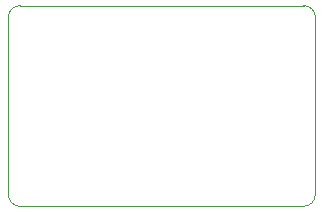
<source format=gbr>
G04 #@! TF.FileFunction,Profile,NP*
%FSLAX46Y46*%
G04 Gerber Fmt 4.6, Leading zero omitted, Abs format (unit mm)*
G04 Created by KiCad (PCBNEW 0.201506152246+5755~23~ubuntu14.10.1-product) date Tue Jun 16 17:37:46 2015*
%MOMM*%
G01*
G04 APERTURE LIST*
%ADD10C,0.100000*%
G04 APERTURE END LIST*
D10*
X113000000Y-107500000D02*
X113000000Y-92500000D01*
X88000000Y-108500000D02*
X112000000Y-108500000D01*
X87000000Y-92500000D02*
X87000000Y-107500000D01*
X112000000Y-91500000D02*
X88000000Y-91500000D01*
X113000000Y-92500000D02*
G75*
G03X112000000Y-91500000I-1000000J0D01*
G01*
X112000000Y-108500000D02*
G75*
G03X113000000Y-107500000I0J1000000D01*
G01*
X87000000Y-107500000D02*
G75*
G03X88000000Y-108500000I1000000J0D01*
G01*
X88000000Y-91500000D02*
G75*
G03X87000000Y-92500000I0J-1000000D01*
G01*
M02*

</source>
